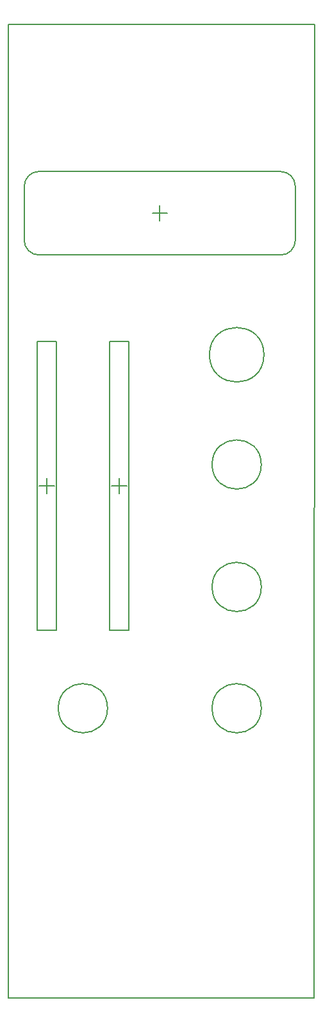
<source format=gko>
G04 DipTrace 3.2.0.1*
G04 uBraidsII_panel.GKO*
%MOIN*%
G04 #@! TF.FileFunction,Profile*
G04 #@! TF.Part,Single*
%ADD11C,0.005512*%
%FSLAX26Y26*%
G04*
G70*
G90*
G75*
G01*
G04 BoardOutline*
%LPD*%
X394000Y5449948D2*
D11*
Y394000D1*
X1984000D1*
X1989000Y5449948D1*
X394000D1*
X477642Y4328980D2*
G03X552642Y4253980I75001J1D01*
G01*
X1812051D1*
G03X1887051Y4328980I-1J75001D01*
G01*
Y4612091D1*
G03X1812051Y4687091I-75001J-1D01*
G01*
X552642D1*
G03X477642Y4612091I1J-75001D01*
G01*
Y4328980D1*
X1440575Y3735535D2*
G02X1440575Y3735535I141732J0D01*
G01*
X1454354Y3165535D2*
G02X1454354Y3165535I127953J0D01*
G01*
Y2529512D2*
G02X1454354Y2529512I127953J0D01*
G01*
Y1899512D2*
G02X1454354Y1899512I127953J0D01*
G01*
X654354D2*
G02X654354Y1899512I127953J0D01*
G01*
X1142976Y4470535D2*
X1221717D1*
X1182346Y4431165D2*
Y4509906D1*
X930929Y3054512D2*
X1009669D1*
X970299Y3015142D2*
Y3093882D1*
X554945Y3054512D2*
X633685D1*
X594315Y3015142D2*
Y3093882D1*
X920348Y3804816D2*
X1020337D1*
Y2304974D1*
X920348D1*
Y3804816D1*
X544602Y3804365D2*
X644592D1*
Y2304522D1*
X544602D1*
Y3804365D1*
M02*

</source>
